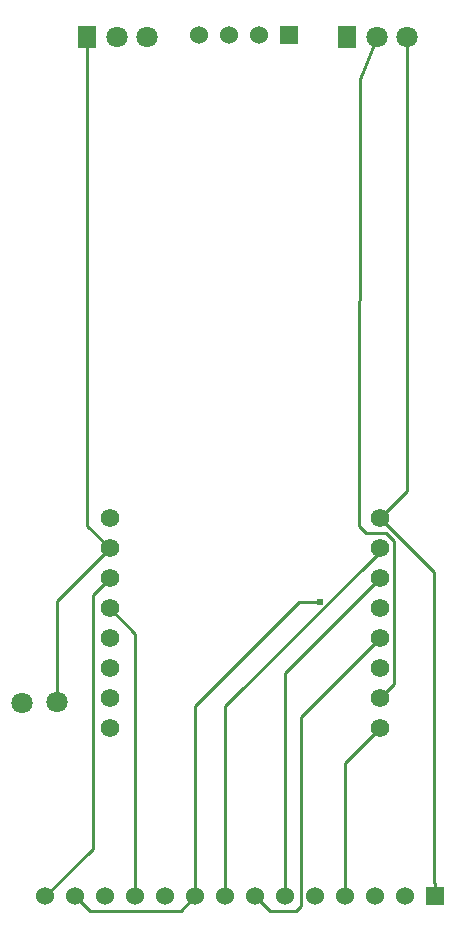
<source format=gtl>
G04 Layer: TopLayer*
G04 EasyEDA v6.5.22, 2023-04-27 12:34:47*
G04 779951e368854bcf816121ffef92272d,e59a714fa63a4c4d88f0ac6658be742b,10*
G04 Gerber Generator version 0.2*
G04 Scale: 100 percent, Rotated: No, Reflected: No *
G04 Dimensions in millimeters *
G04 leading zeros omitted , absolute positions ,4 integer and 5 decimal *
%FSLAX45Y45*%
%MOMM*%

%AMMACRO1*21,1,$1,$2,0,0,$3*%
%ADD10C,0.2540*%
%ADD11C,1.8000*%
%ADD12MACRO1,1.5748X1.8X0.0000*%
%ADD13MACRO1,1.524X1.524X90.0000*%
%ADD14C,1.5240*%
%ADD15C,1.5750*%
%ADD16C,0.6100*%

%LPD*%
D10*
X736600Y-7505700D02*
G01*
X857529Y-7626629D01*
X1631670Y-7626629D01*
X1752600Y-7505700D01*
X3314700Y-4813300D02*
G01*
X2514600Y-5613400D01*
X2514600Y-7505700D01*
X1028700Y-4559300D02*
G01*
X581787Y-5006212D01*
X581787Y-5864783D01*
X838200Y-228600D02*
G01*
X838200Y-4368800D01*
X1028700Y-4559300D01*
X3543300Y-228600D02*
G01*
X3543300Y-4076700D01*
X3314700Y-4305300D01*
X3784600Y-7505700D02*
G01*
X3784600Y-7398740D01*
X2006600Y-7505700D02*
G01*
X2006600Y-5898895D01*
X3314700Y-4590795D01*
X3314700Y-4559300D01*
X1244600Y-7505700D02*
G01*
X1244600Y-5283200D01*
X1028700Y-5067300D01*
X3022600Y-7505700D02*
G01*
X3022600Y-6375400D01*
X3314700Y-6083300D01*
X482600Y-7505700D02*
G01*
X884326Y-7103973D01*
X884326Y-4957673D01*
X1028700Y-4813300D01*
X3314700Y-5321300D02*
G01*
X2650743Y-5985255D01*
X2650743Y-7585455D01*
X2603500Y-7632700D01*
X2387600Y-7632700D01*
X2260600Y-7505700D01*
X3784600Y-7398740D02*
G01*
X3771518Y-7385659D01*
X3771518Y-4762119D01*
X3314700Y-4305300D01*
X3289300Y-228600D02*
G01*
X3149600Y-584200D01*
X3136900Y-4368800D01*
X3200400Y-4432300D01*
X3365500Y-4432300D01*
X3432809Y-4499610D01*
X3432809Y-5711189D01*
X3314700Y-5829300D01*
X1752600Y-7505700D02*
G01*
X1752600Y-5892800D01*
X2633472Y-5011928D01*
X2806700Y-5011928D01*
D11*
G01*
X3543300Y-228600D03*
G01*
X3289300Y-228600D03*
D12*
G01*
X3035300Y-228600D03*
D11*
G01*
X1346200Y-228600D03*
G01*
X1092200Y-228600D03*
D12*
G01*
X838200Y-228600D03*
D13*
G01*
X3784600Y-7505700D03*
D14*
G01*
X3530600Y-7505700D03*
G01*
X3276600Y-7505700D03*
G01*
X3022600Y-7505700D03*
G01*
X2768600Y-7505700D03*
G01*
X2514600Y-7505700D03*
G01*
X2260600Y-7505700D03*
G01*
X2006600Y-7505700D03*
G01*
X1752600Y-7505700D03*
G01*
X1498600Y-7505700D03*
G01*
X1244600Y-7505700D03*
G01*
X990600Y-7505700D03*
G01*
X736600Y-7505700D03*
G01*
X482600Y-7505700D03*
D13*
G01*
X2547620Y-213385D03*
D14*
G01*
X2293620Y-213360D03*
G01*
X2039620Y-213360D03*
G01*
X1785620Y-213360D03*
D15*
G01*
X3314700Y-6083300D03*
G01*
X1028700Y-4305300D03*
G01*
X1028700Y-4559300D03*
G01*
X1028700Y-4813300D03*
G01*
X1028700Y-5067300D03*
G01*
X1028700Y-5321300D03*
G01*
X1028700Y-5575300D03*
G01*
X1028700Y-5829300D03*
G01*
X1028700Y-6083300D03*
G01*
X3314700Y-4305300D03*
G01*
X3314700Y-4559300D03*
G01*
X3314700Y-4813300D03*
G01*
X3314700Y-5067300D03*
G01*
X3314700Y-5321300D03*
G01*
X3314700Y-5575300D03*
G01*
X3314700Y-5829300D03*
D11*
G01*
X281812Y-5870016D03*
G01*
X581787Y-5864783D03*
D16*
G01*
X2806700Y-5012004D03*
M02*

</source>
